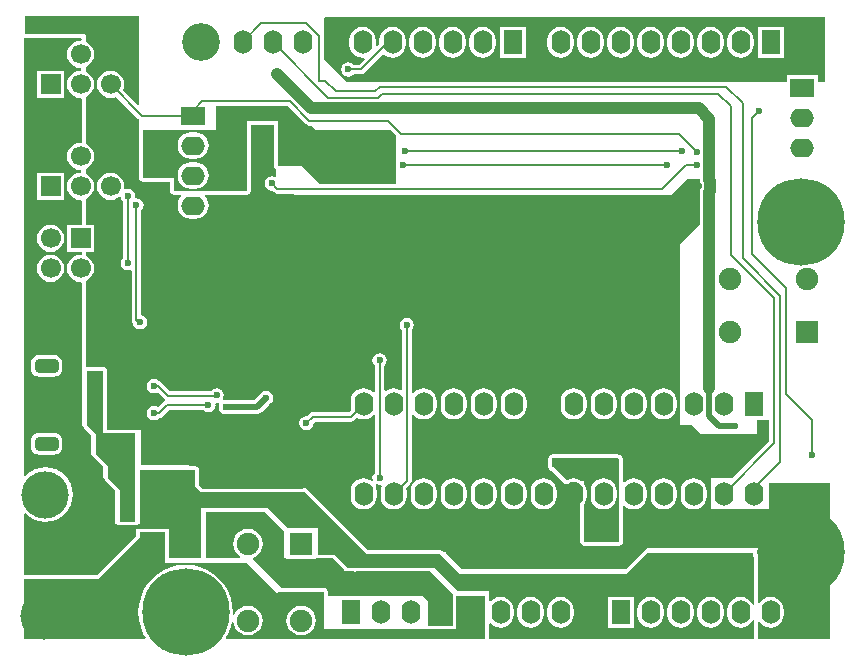
<source format=gbl>
G04*
G04 #@! TF.GenerationSoftware,Altium Limited,Altium Designer,18.1.9 (240)*
G04*
G04 Layer_Physical_Order=2*
G04 Layer_Color=16711680*
%FSLAX44Y44*%
%MOMM*%
G71*
G01*
G75*
%ADD10C,0.2000*%
%ADD11C,0.5000*%
%ADD12C,0.4000*%
%ADD14R,1.9000X1.9000*%
%ADD67C,1.9000*%
%ADD68R,1.9000X1.9000*%
%ADD75C,1.0000*%
G04:AMPARAMS|DCode=76|XSize=2mm|YSize=1.2mm|CornerRadius=0.36mm|HoleSize=0mm|Usage=FLASHONLY|Rotation=0.000|XOffset=0mm|YOffset=0mm|HoleType=Round|Shape=RoundedRectangle|*
%AMROUNDEDRECTD76*
21,1,2.0000,0.4800,0,0,0.0*
21,1,1.2800,1.2000,0,0,0.0*
1,1,0.7200,0.6400,-0.2400*
1,1,0.7200,-0.6400,-0.2400*
1,1,0.7200,-0.6400,0.2400*
1,1,0.7200,0.6400,0.2400*
%
%ADD76ROUNDEDRECTD76*%
%ADD77C,3.2000*%
%ADD78O,1.6000X2.0000*%
%ADD79R,1.6000X2.0000*%
%ADD80R,2.0000X1.6000*%
%ADD81O,2.0000X1.6000*%
%ADD82C,1.7000*%
%ADD83R,1.7000X1.7000*%
%ADD84C,4.0000*%
%ADD85C,7.4000*%
%ADD86C,0.6000*%
G36*
X681000Y474000D02*
X675000D01*
Y480000D01*
X649000D01*
Y474000D01*
X599462D01*
X599061Y474268D01*
X597500Y474578D01*
X597500Y474578D01*
X304178D01*
X304178Y474578D01*
X302617Y474268D01*
X302216Y474000D01*
X276000D01*
X257078Y492922D01*
Y500557D01*
X257000Y500951D01*
Y528586D01*
X258000Y529000D01*
X681000D01*
Y474000D01*
D02*
G37*
G36*
X100350Y455717D02*
X99177Y455231D01*
X86691Y467717D01*
X87404Y469438D01*
X87799Y472440D01*
X87404Y475442D01*
X86245Y478240D01*
X84402Y480642D01*
X82000Y482485D01*
X79202Y483644D01*
X76200Y484039D01*
X73198Y483644D01*
X70400Y482485D01*
X67998Y480642D01*
X66155Y478240D01*
X64996Y475442D01*
X64601Y472440D01*
X64996Y469438D01*
X66155Y466640D01*
X67998Y464238D01*
X70400Y462395D01*
X73198Y461236D01*
X76200Y460841D01*
X79202Y461236D01*
X80923Y461949D01*
X99756Y443116D01*
X99756Y443116D01*
X100350Y442719D01*
Y391070D01*
X101458D01*
X101587Y390876D01*
X102579Y390213D01*
X103750Y389980D01*
X126350D01*
Y380070D01*
X127458D01*
X127587Y379876D01*
X128580Y379213D01*
X129750Y378980D01*
X135919D01*
X136327Y377778D01*
X136155Y377645D01*
X134391Y375347D01*
X133283Y372672D01*
X132905Y369800D01*
X133283Y366928D01*
X134391Y364253D01*
X136155Y361955D01*
X138453Y360191D01*
X141128Y359083D01*
X144000Y358705D01*
X148000D01*
X150872Y359083D01*
X153547Y360191D01*
X155845Y361955D01*
X157608Y364253D01*
X158717Y366928D01*
X159095Y369800D01*
X158717Y372672D01*
X157608Y375347D01*
X155845Y377645D01*
X155673Y377778D01*
X156081Y378980D01*
X191750D01*
X192920Y379213D01*
X193913Y379876D01*
X194576Y380868D01*
X194809Y382039D01*
Y437980D01*
X214691D01*
X214691Y403317D01*
X214924Y402146D01*
X215587Y401154D01*
X216350Y400644D01*
Y395070D01*
X216546Y394875D01*
X215736Y393888D01*
X215341Y394152D01*
X213000Y394618D01*
X210659Y394152D01*
X208674Y392826D01*
X207348Y390841D01*
X206882Y388500D01*
X207348Y386159D01*
X208674Y384174D01*
X210659Y382848D01*
X213000Y382383D01*
X213292Y382440D01*
X214616Y381116D01*
X214616Y381116D01*
X215939Y380232D01*
X217500Y379922D01*
X217500Y379922D01*
X231498D01*
X232350Y379070D01*
X550850D01*
X564350Y392570D01*
X574931D01*
Y391142D01*
X575206Y389054D01*
X575931Y387303D01*
Y384697D01*
X575206Y382946D01*
X574931Y380858D01*
Y353651D01*
X558350Y337070D01*
Y184070D01*
X568759D01*
Y183661D01*
X576350Y176070D01*
X623350D01*
X623350Y188000D01*
X633922D01*
Y170169D01*
X603102Y139350D01*
X584350D01*
X584550Y139150D01*
Y130642D01*
X584533Y130602D01*
X584155Y127730D01*
Y123730D01*
X584533Y120858D01*
X584550Y120818D01*
Y113070D01*
X592241D01*
X592378Y113013D01*
X595250Y112635D01*
X598122Y113013D01*
X598259Y113070D01*
X617641D01*
X617778Y113013D01*
X620650Y112635D01*
X623522Y113013D01*
X623659Y113070D01*
X633350D01*
Y121570D01*
Y135070D01*
X685350D01*
Y3070D01*
X624350D01*
Y17206D01*
X625620Y17555D01*
X627155Y15555D01*
X629453Y13792D01*
X632128Y12683D01*
X635000Y12305D01*
X637872Y12683D01*
X640547Y13792D01*
X642845Y15555D01*
X644609Y17852D01*
X645717Y20528D01*
X646095Y23400D01*
Y27400D01*
X645717Y30272D01*
X644609Y32947D01*
X642845Y35245D01*
X640547Y37009D01*
X637872Y38117D01*
X635000Y38495D01*
X632128Y38117D01*
X629453Y37009D01*
X627155Y35245D01*
X625620Y33245D01*
X624350Y33594D01*
Y80070D01*
X530350D01*
X512350Y62070D01*
X373350D01*
X360350Y75070D01*
Y76270D01*
X358056D01*
X357163Y77163D01*
X356171Y77826D01*
X355000Y78059D01*
X355000Y78059D01*
X320295D01*
X320000Y78117D01*
X319704Y78059D01*
X294361D01*
X242350Y130070D01*
X242256D01*
X242163Y130163D01*
X241171Y130826D01*
X240000Y131059D01*
X238829Y130826D01*
X237837Y130163D01*
X237837Y130163D01*
X237744Y130070D01*
X154256D01*
X151350Y132976D01*
Y141070D01*
X151059Y141361D01*
Y146000D01*
X150826Y147170D01*
X150163Y148163D01*
X149171Y148826D01*
X148000Y149059D01*
X143361D01*
X142350Y150070D01*
X101890D01*
Y180070D01*
X73059D01*
Y230000D01*
X72826Y231171D01*
X72163Y232163D01*
X71171Y232826D01*
X70000Y233059D01*
X66350D01*
Y233070D01*
X55350D01*
Y306037D01*
X56600Y306555D01*
X59002Y308398D01*
X60845Y310800D01*
X62004Y313598D01*
X62399Y316600D01*
X62004Y319602D01*
X60845Y322400D01*
X59002Y324802D01*
X56600Y326645D01*
X55350Y327163D01*
Y330500D01*
X62300D01*
Y353500D01*
X55350D01*
Y375517D01*
X56600Y376035D01*
X59002Y377878D01*
X60845Y380280D01*
X62004Y383078D01*
X62399Y386080D01*
X62004Y389082D01*
X60845Y391880D01*
X59002Y394282D01*
X56600Y396125D01*
X55350Y396643D01*
Y400917D01*
X56600Y401435D01*
X59002Y403278D01*
X60845Y405680D01*
X62004Y408478D01*
X62399Y411480D01*
X62004Y414482D01*
X60845Y417280D01*
X59002Y419682D01*
X56600Y421525D01*
X55350Y422043D01*
Y461877D01*
X56600Y462395D01*
X59002Y464238D01*
X60845Y466640D01*
X62004Y469438D01*
X62399Y472440D01*
X62004Y475442D01*
X60845Y478240D01*
X59002Y480642D01*
X56600Y482485D01*
X55350Y483003D01*
Y487277D01*
X56600Y487795D01*
X59002Y489638D01*
X60845Y492040D01*
X62004Y494838D01*
X62399Y497840D01*
X62004Y500842D01*
X60845Y503640D01*
X59002Y506042D01*
X56600Y507885D01*
X55350Y508403D01*
Y514070D01*
X54350Y515070D01*
X3350D01*
Y530070D01*
X100350D01*
Y455717D01*
D02*
G37*
G36*
X51630Y510991D02*
X51615Y510433D01*
X50800Y509439D01*
X47798Y509044D01*
X45000Y507885D01*
X42598Y506042D01*
X40755Y503640D01*
X39596Y500842D01*
X39201Y497840D01*
X39596Y494838D01*
X40755Y492040D01*
X42598Y489638D01*
X45000Y487795D01*
X47798Y486636D01*
X50800Y486241D01*
X51467Y485162D01*
Y485118D01*
X50800Y484039D01*
X47798Y483644D01*
X45000Y482485D01*
X42598Y480642D01*
X40755Y478240D01*
X39596Y475442D01*
X39201Y472440D01*
X39596Y469438D01*
X40755Y466640D01*
X42598Y464238D01*
X45000Y462395D01*
X47798Y461236D01*
X50800Y460841D01*
X51045Y460873D01*
X52000Y460036D01*
Y423884D01*
X51045Y423047D01*
X50800Y423079D01*
X47798Y422684D01*
X45000Y421525D01*
X42598Y419682D01*
X40755Y417280D01*
X39596Y414482D01*
X39201Y411480D01*
X39596Y408478D01*
X40755Y405680D01*
X42598Y403278D01*
X45000Y401435D01*
X47798Y400276D01*
X50800Y399881D01*
X51467Y398802D01*
Y398758D01*
X50800Y397679D01*
X47798Y397284D01*
X45000Y396125D01*
X42598Y394282D01*
X40755Y391880D01*
X39596Y389082D01*
X39201Y386080D01*
X39596Y383078D01*
X40755Y380280D01*
X42598Y377878D01*
X45000Y376035D01*
X47798Y374876D01*
X50800Y374481D01*
X51045Y374513D01*
X52000Y373676D01*
Y353500D01*
X39300D01*
Y330500D01*
X52000D01*
Y329004D01*
X51045Y328167D01*
X50800Y328199D01*
X47798Y327804D01*
X45000Y326645D01*
X42598Y324802D01*
X40755Y322400D01*
X39596Y319602D01*
X39201Y316600D01*
X39596Y313598D01*
X40755Y310800D01*
X42598Y308398D01*
X45000Y306555D01*
X47798Y305396D01*
X50800Y305001D01*
X51045Y305033D01*
X52000Y304196D01*
Y184000D01*
X53181Y182819D01*
X53837Y181837D01*
X60000Y175674D01*
Y159000D01*
X61181Y157819D01*
X61837Y156837D01*
X61837Y156837D01*
X70000Y148674D01*
Y139068D01*
X71158Y137910D01*
X71174Y137830D01*
X71837Y136837D01*
X71837Y136837D01*
X80068Y128606D01*
Y100000D01*
X81728D01*
X81837Y99837D01*
X82830Y99174D01*
X84000Y98941D01*
X97000D01*
X98170Y99174D01*
X99163Y99837D01*
X99272Y100000D01*
X101000D01*
Y146000D01*
X148000D01*
Y132000D01*
X153000Y127000D01*
X239000D01*
X240000Y128000D01*
X293000Y75000D01*
X355000D01*
X372000Y58000D01*
Y57861D01*
X512861D01*
X531000Y76000D01*
X620292D01*
X620770Y69923D01*
X621000Y68966D01*
Y31941D01*
X619730Y31688D01*
X619208Y32947D01*
X617445Y35245D01*
X615148Y37009D01*
X612472Y38117D01*
X609600Y38495D01*
X606728Y38117D01*
X604053Y37009D01*
X601755Y35245D01*
X599991Y32947D01*
X598883Y30272D01*
X598505Y27400D01*
Y23400D01*
X598883Y20528D01*
X599991Y17852D01*
X601755Y15555D01*
X604053Y13792D01*
X606728Y12683D01*
X609600Y12305D01*
X612472Y12683D01*
X615148Y13792D01*
X617445Y15555D01*
X619208Y17852D01*
X619730Y19112D01*
X621000Y18859D01*
Y3000D01*
X397000D01*
Y15605D01*
X398203Y16014D01*
X398555Y15555D01*
X400853Y13792D01*
X403528Y12683D01*
X406400Y12305D01*
X409272Y12683D01*
X411948Y13792D01*
X414245Y15555D01*
X416008Y17852D01*
X417117Y20528D01*
X417495Y23400D01*
Y27400D01*
X417117Y30272D01*
X416008Y32947D01*
X414245Y35245D01*
X411948Y37009D01*
X409272Y38117D01*
X406400Y38495D01*
X403528Y38117D01*
X400853Y37009D01*
X398555Y35245D01*
X398203Y34786D01*
X397000Y35195D01*
Y43616D01*
X370500D01*
X351116Y63000D01*
X347296D01*
X347000Y63059D01*
X347000Y63059D01*
X324591D01*
X324296Y63000D01*
X323704D01*
X323409Y63059D01*
X283591D01*
X283295Y63000D01*
X282705D01*
X282409Y63059D01*
X277441D01*
X266500Y74000D01*
X264456D01*
X264160Y74059D01*
X264160Y74059D01*
X252000D01*
Y97000D01*
X225322D01*
Y97678D01*
X209000Y114000D01*
X152400D01*
Y71500D01*
X126000D01*
X125988Y96000D01*
X122295D01*
X122000Y96059D01*
X114475D01*
X114200Y96095D01*
X113925Y96059D01*
X101000D01*
X100705Y96000D01*
X98000D01*
Y93295D01*
X97941Y93000D01*
Y90267D01*
X64733Y57059D01*
X3000D01*
Y108793D01*
X4196Y109221D01*
X4658Y108658D01*
X8160Y105784D01*
X12156Y103648D01*
X16491Y102333D01*
X21000Y101889D01*
X25509Y102333D01*
X29844Y103648D01*
X33840Y105784D01*
X37342Y108658D01*
X40216Y112160D01*
X42352Y116156D01*
X43667Y120491D01*
X44111Y125000D01*
X43667Y129509D01*
X42352Y133844D01*
X40216Y137840D01*
X37342Y141342D01*
X33840Y144216D01*
X29844Y146352D01*
X25509Y147667D01*
X21000Y148111D01*
X16491Y147667D01*
X12156Y146352D01*
X8160Y144216D01*
X4658Y141342D01*
X4196Y140779D01*
X3000Y141207D01*
Y512000D01*
X50639D01*
X51630Y510991D01*
D02*
G37*
G36*
X241595Y438616D02*
X241595Y438616D01*
X242918Y437732D01*
X243177Y437681D01*
X244479Y437422D01*
X244479Y437422D01*
X246367D01*
X249750Y434039D01*
X312795Y434039D01*
X317500Y429334D01*
Y388078D01*
X253363D01*
X238125Y403317D01*
X217750D01*
X217750Y441039D01*
X191750D01*
Y382039D01*
X129750D01*
Y393039D01*
X103750D01*
Y434039D01*
X165750D01*
Y453922D01*
X226290D01*
X241595Y438616D01*
D02*
G37*
G36*
X70000Y177000D02*
X97000D01*
Y102000D01*
X84000D01*
Y129000D01*
X74000Y139000D01*
Y149000D01*
X64000Y159000D01*
Y176000D01*
X56000Y184000D01*
Y230000D01*
X70000D01*
Y177000D01*
D02*
G37*
G36*
X223000Y94000D02*
Y71000D01*
X225000D01*
Y70880D01*
X250000D01*
Y71000D01*
X264160D01*
X274000Y61160D01*
Y60000D01*
X282409D01*
X283000Y59882D01*
X283591Y60000D01*
X323409D01*
X324000Y59882D01*
X324591Y60000D01*
X347000D01*
X366000Y41000D01*
Y39295D01*
X365941Y39000D01*
Y14059D01*
X345000D01*
Y35000D01*
X341000Y39000D01*
X273395Y39000D01*
X260059D01*
Y43000D01*
X259826Y44170D01*
X259163Y45163D01*
X258171Y45826D01*
X257000Y46059D01*
X221336D01*
X196875Y70519D01*
X197123Y71765D01*
X198804Y72461D01*
X201415Y74465D01*
X203419Y77076D01*
X204678Y80117D01*
X205108Y83380D01*
X204678Y86643D01*
X203419Y89684D01*
X201415Y92295D01*
X198804Y94299D01*
X195763Y95558D01*
X192500Y95988D01*
X189237Y95558D01*
X186196Y94299D01*
X183585Y92295D01*
X181581Y89684D01*
X180322Y86643D01*
X179892Y83380D01*
X180322Y80117D01*
X181581Y77076D01*
X183585Y74465D01*
X185794Y72770D01*
X185363Y71500D01*
X157000Y71500D01*
Y110000D01*
X207000Y110000D01*
X223000Y94000D01*
D02*
G37*
G36*
X122000Y67500D02*
X191500D01*
X217000Y42000D01*
X218000Y43000D01*
X257000D01*
Y11000D01*
X369000D01*
Y39000D01*
X393000D01*
Y3000D01*
X174186D01*
X173565Y4108D01*
X175450Y7184D01*
X177860Y13001D01*
X178803Y16927D01*
X180092Y16860D01*
X180322Y15117D01*
X181581Y12076D01*
X183585Y9465D01*
X186196Y7461D01*
X189237Y6202D01*
X192500Y5772D01*
X195763Y6202D01*
X198804Y7461D01*
X201415Y9465D01*
X203419Y12076D01*
X204678Y15117D01*
X205108Y18380D01*
X204678Y21643D01*
X203419Y24684D01*
X201415Y27295D01*
X198804Y29299D01*
X195763Y30558D01*
X192500Y30988D01*
X189237Y30558D01*
X186196Y29299D01*
X183585Y27295D01*
X181581Y24684D01*
X180915Y23075D01*
X179664Y23375D01*
X179824Y25400D01*
X179330Y31677D01*
X177860Y37799D01*
X175450Y43616D01*
X172161Y48984D01*
X168072Y53772D01*
X163284Y57861D01*
X157916Y61150D01*
X152099Y63560D01*
X145977Y65030D01*
X139700Y65524D01*
X133423Y65030D01*
X127301Y63560D01*
X121484Y61150D01*
X116116Y57861D01*
X111328Y53772D01*
X107239Y48984D01*
X103949Y43616D01*
X101540Y37799D01*
X100070Y31677D01*
X99576Y25400D01*
X100070Y19123D01*
X101540Y13001D01*
X103949Y7184D01*
X105835Y4108D01*
X105214Y3000D01*
X3000D01*
Y54000D01*
X66000D01*
X101000Y89000D01*
Y93000D01*
X122000D01*
Y67500D01*
D02*
G37*
%LPC*%
G36*
X314960Y521095D02*
X312088Y520717D01*
X309412Y519608D01*
X307115Y517845D01*
X305352Y515547D01*
X304243Y512872D01*
X303865Y510000D01*
Y506211D01*
X301675Y504021D01*
X300473Y504614D01*
X300655Y506000D01*
Y510000D01*
X300277Y512872D01*
X299168Y515547D01*
X297405Y517845D01*
X295107Y519608D01*
X292432Y520717D01*
X289560Y521095D01*
X286688Y520717D01*
X284013Y519608D01*
X281715Y517845D01*
X279951Y515547D01*
X278843Y512872D01*
X278465Y510000D01*
Y506000D01*
X278843Y503128D01*
X279951Y500452D01*
X281715Y498155D01*
X284013Y496391D01*
X286688Y495283D01*
X289560Y494905D01*
X290945Y495088D01*
X291539Y493885D01*
X286732Y489078D01*
X281991D01*
X281826Y489326D01*
X279841Y490652D01*
X277500Y491118D01*
X275159Y490652D01*
X273174Y489326D01*
X271848Y487341D01*
X271382Y485000D01*
X271848Y482659D01*
X273174Y480674D01*
X275159Y479348D01*
X277500Y478882D01*
X279841Y479348D01*
X281826Y480674D01*
X281991Y480922D01*
X288422D01*
X288422Y480922D01*
X289982Y481232D01*
X291306Y482116D01*
X307244Y498055D01*
X309412Y496391D01*
X312088Y495283D01*
X314960Y494905D01*
X317832Y495283D01*
X320508Y496391D01*
X322805Y498155D01*
X324568Y500452D01*
X325677Y503128D01*
X326055Y506000D01*
Y510000D01*
X325677Y512872D01*
X324568Y515547D01*
X322805Y517845D01*
X320508Y519608D01*
X317832Y520717D01*
X314960Y521095D01*
D02*
G37*
G36*
X646000Y521000D02*
X624000D01*
Y495000D01*
X646000D01*
Y521000D01*
D02*
G37*
G36*
X427560D02*
X405560D01*
Y495000D01*
X427560D01*
Y521000D01*
D02*
G37*
G36*
X609600Y521095D02*
X606728Y520717D01*
X604053Y519608D01*
X601755Y517845D01*
X599991Y515547D01*
X598883Y512872D01*
X598505Y510000D01*
Y506000D01*
X598883Y503128D01*
X599991Y500452D01*
X601755Y498155D01*
X604053Y496391D01*
X606728Y495283D01*
X609600Y494905D01*
X612472Y495283D01*
X615148Y496391D01*
X617445Y498155D01*
X619208Y500452D01*
X620317Y503128D01*
X620695Y506000D01*
Y510000D01*
X620317Y512872D01*
X619208Y515547D01*
X617445Y517845D01*
X615148Y519608D01*
X612472Y520717D01*
X609600Y521095D01*
D02*
G37*
G36*
X584200D02*
X581328Y520717D01*
X578652Y519608D01*
X576355Y517845D01*
X574591Y515547D01*
X573483Y512872D01*
X573105Y510000D01*
Y506000D01*
X573483Y503128D01*
X574591Y500452D01*
X576355Y498155D01*
X578652Y496391D01*
X581328Y495283D01*
X584200Y494905D01*
X587072Y495283D01*
X589748Y496391D01*
X592045Y498155D01*
X593809Y500452D01*
X594917Y503128D01*
X595295Y506000D01*
Y510000D01*
X594917Y512872D01*
X593809Y515547D01*
X592045Y517845D01*
X589748Y519608D01*
X587072Y520717D01*
X584200Y521095D01*
D02*
G37*
G36*
X558800D02*
X555928Y520717D01*
X553252Y519608D01*
X550955Y517845D01*
X549192Y515547D01*
X548083Y512872D01*
X547705Y510000D01*
Y506000D01*
X548083Y503128D01*
X549192Y500452D01*
X550955Y498155D01*
X553252Y496391D01*
X555928Y495283D01*
X558800Y494905D01*
X561672Y495283D01*
X564347Y496391D01*
X566645Y498155D01*
X568409Y500452D01*
X569517Y503128D01*
X569895Y506000D01*
Y510000D01*
X569517Y512872D01*
X568409Y515547D01*
X566645Y517845D01*
X564347Y519608D01*
X561672Y520717D01*
X558800Y521095D01*
D02*
G37*
G36*
X533400D02*
X530528Y520717D01*
X527853Y519608D01*
X525555Y517845D01*
X523792Y515547D01*
X522683Y512872D01*
X522305Y510000D01*
Y506000D01*
X522683Y503128D01*
X523792Y500452D01*
X525555Y498155D01*
X527853Y496391D01*
X530528Y495283D01*
X533400Y494905D01*
X536272Y495283D01*
X538947Y496391D01*
X541245Y498155D01*
X543008Y500452D01*
X544117Y503128D01*
X544495Y506000D01*
Y510000D01*
X544117Y512872D01*
X543008Y515547D01*
X541245Y517845D01*
X538947Y519608D01*
X536272Y520717D01*
X533400Y521095D01*
D02*
G37*
G36*
X508000D02*
X505128Y520717D01*
X502453Y519608D01*
X500155Y517845D01*
X498391Y515547D01*
X497283Y512872D01*
X496905Y510000D01*
Y506000D01*
X497283Y503128D01*
X498391Y500452D01*
X500155Y498155D01*
X502453Y496391D01*
X505128Y495283D01*
X508000Y494905D01*
X510872Y495283D01*
X513548Y496391D01*
X515845Y498155D01*
X517608Y500452D01*
X518717Y503128D01*
X519095Y506000D01*
Y510000D01*
X518717Y512872D01*
X517608Y515547D01*
X515845Y517845D01*
X513548Y519608D01*
X510872Y520717D01*
X508000Y521095D01*
D02*
G37*
G36*
X482600D02*
X479728Y520717D01*
X477052Y519608D01*
X474755Y517845D01*
X472991Y515547D01*
X471883Y512872D01*
X471505Y510000D01*
Y506000D01*
X471883Y503128D01*
X472991Y500452D01*
X474755Y498155D01*
X477052Y496391D01*
X479728Y495283D01*
X482600Y494905D01*
X485472Y495283D01*
X488148Y496391D01*
X490445Y498155D01*
X492209Y500452D01*
X493317Y503128D01*
X493695Y506000D01*
Y510000D01*
X493317Y512872D01*
X492209Y515547D01*
X490445Y517845D01*
X488148Y519608D01*
X485472Y520717D01*
X482600Y521095D01*
D02*
G37*
G36*
X457200D02*
X454328Y520717D01*
X451652Y519608D01*
X449355Y517845D01*
X447592Y515547D01*
X446483Y512872D01*
X446105Y510000D01*
Y506000D01*
X446483Y503128D01*
X447592Y500452D01*
X449355Y498155D01*
X451652Y496391D01*
X454328Y495283D01*
X457200Y494905D01*
X460072Y495283D01*
X462747Y496391D01*
X465045Y498155D01*
X466809Y500452D01*
X467917Y503128D01*
X468295Y506000D01*
Y510000D01*
X467917Y512872D01*
X466809Y515547D01*
X465045Y517845D01*
X462747Y519608D01*
X460072Y520717D01*
X457200Y521095D01*
D02*
G37*
G36*
X391160D02*
X388288Y520717D01*
X385612Y519608D01*
X383315Y517845D01*
X381552Y515547D01*
X380443Y512872D01*
X380065Y510000D01*
Y506000D01*
X380443Y503128D01*
X381552Y500452D01*
X383315Y498155D01*
X385612Y496391D01*
X388288Y495283D01*
X391160Y494905D01*
X394032Y495283D01*
X396707Y496391D01*
X399005Y498155D01*
X400769Y500452D01*
X401877Y503128D01*
X402255Y506000D01*
Y510000D01*
X401877Y512872D01*
X400769Y515547D01*
X399005Y517845D01*
X396707Y519608D01*
X394032Y520717D01*
X391160Y521095D01*
D02*
G37*
G36*
X365760D02*
X362888Y520717D01*
X360213Y519608D01*
X357915Y517845D01*
X356152Y515547D01*
X355043Y512872D01*
X354665Y510000D01*
Y506000D01*
X355043Y503128D01*
X356152Y500452D01*
X357915Y498155D01*
X360213Y496391D01*
X362888Y495283D01*
X365760Y494905D01*
X368632Y495283D01*
X371307Y496391D01*
X373605Y498155D01*
X375368Y500452D01*
X376477Y503128D01*
X376855Y506000D01*
Y510000D01*
X376477Y512872D01*
X375368Y515547D01*
X373605Y517845D01*
X371307Y519608D01*
X368632Y520717D01*
X365760Y521095D01*
D02*
G37*
G36*
X340360D02*
X337488Y520717D01*
X334813Y519608D01*
X332515Y517845D01*
X330751Y515547D01*
X329643Y512872D01*
X329265Y510000D01*
Y506000D01*
X329643Y503128D01*
X330751Y500452D01*
X332515Y498155D01*
X334813Y496391D01*
X337488Y495283D01*
X340360Y494905D01*
X343232Y495283D01*
X345908Y496391D01*
X348205Y498155D01*
X349968Y500452D01*
X351077Y503128D01*
X351455Y506000D01*
Y510000D01*
X351077Y512872D01*
X349968Y515547D01*
X348205Y517845D01*
X345908Y519608D01*
X343232Y520717D01*
X340360Y521095D01*
D02*
G37*
G36*
X76200Y397679D02*
X73198Y397284D01*
X70400Y396125D01*
X67998Y394282D01*
X66155Y391880D01*
X64996Y389082D01*
X64601Y386080D01*
X64996Y383078D01*
X66155Y380280D01*
X67998Y377878D01*
X70400Y376035D01*
X73198Y374876D01*
X76200Y374481D01*
X79202Y374876D01*
X82000Y376035D01*
X83716Y377352D01*
X85116Y376825D01*
X85348Y375659D01*
X86674Y373674D01*
X86922Y373509D01*
Y325491D01*
X86674Y325326D01*
X85348Y323341D01*
X84882Y321000D01*
X85348Y318659D01*
X86674Y316674D01*
X88659Y315348D01*
X91000Y314883D01*
X92652Y315211D01*
X93922Y314325D01*
Y273000D01*
X93922Y273000D01*
X94232Y271439D01*
X95034Y270240D01*
X95348Y268659D01*
X96674Y266674D01*
X98659Y265348D01*
X101000Y264883D01*
X103341Y265348D01*
X105326Y266674D01*
X106652Y268659D01*
X107118Y271000D01*
X106652Y273341D01*
X105326Y275326D01*
X103341Y276652D01*
X102078Y276903D01*
Y365509D01*
X102326Y365674D01*
X103652Y367659D01*
X104117Y370000D01*
X103652Y372341D01*
X102326Y374326D01*
X100341Y375652D01*
X98037Y376110D01*
X97687Y376206D01*
X96914Y376978D01*
X97118Y378000D01*
X96652Y380341D01*
X95326Y382326D01*
X93341Y383652D01*
X91000Y384118D01*
X88763Y383673D01*
X88589Y383705D01*
X87586Y384463D01*
X87799Y386080D01*
X87404Y389082D01*
X86245Y391880D01*
X84402Y394282D01*
X82000Y396125D01*
X79202Y397284D01*
X76200Y397679D01*
D02*
G37*
G36*
X327000Y274918D02*
X324659Y274452D01*
X322674Y273126D01*
X321348Y271141D01*
X320882Y268800D01*
X321348Y266459D01*
X322674Y264474D01*
X322922Y264309D01*
Y213805D01*
X321783Y213243D01*
X321398Y213538D01*
X318722Y214647D01*
X315850Y215025D01*
X312978Y214647D01*
X310303Y213538D01*
X309217Y212706D01*
X308078Y213267D01*
Y234296D01*
X308326Y234461D01*
X309652Y236446D01*
X310117Y238787D01*
X309652Y241128D01*
X308326Y243113D01*
X306341Y244439D01*
X304000Y244904D01*
X301659Y244439D01*
X299674Y243113D01*
X298348Y241128D01*
X297882Y238787D01*
X298348Y236446D01*
X299674Y234461D01*
X299922Y234296D01*
Y211631D01*
X298719Y211223D01*
X298295Y211775D01*
X295998Y213538D01*
X293322Y214647D01*
X290450Y215025D01*
X287578Y214647D01*
X284902Y213538D01*
X282605Y211775D01*
X280842Y209478D01*
X279733Y206802D01*
X279355Y203930D01*
Y199930D01*
X279733Y197058D01*
X279756Y197003D01*
X277831Y195078D01*
X247500D01*
X247500Y195078D01*
X245939Y194768D01*
X244616Y193884D01*
X244616Y193884D01*
X242292Y191560D01*
X242000Y191618D01*
X239659Y191152D01*
X237674Y189826D01*
X236348Y187841D01*
X235882Y185500D01*
X236348Y183159D01*
X237674Y181174D01*
X239659Y179848D01*
X242000Y179382D01*
X244341Y179848D01*
X246326Y181174D01*
X247652Y183159D01*
X248118Y185500D01*
X248060Y185792D01*
X249189Y186922D01*
X279520D01*
X279520Y186922D01*
X281081Y187232D01*
X282404Y188116D01*
X284736Y190449D01*
X284902Y190322D01*
X287578Y189213D01*
X290450Y188835D01*
X293322Y189213D01*
X295998Y190322D01*
X298295Y192085D01*
X298719Y192637D01*
X299922Y192229D01*
Y143771D01*
X299674Y143606D01*
X298348Y141621D01*
X297882Y139280D01*
X298302Y137171D01*
X297711Y136601D01*
X297266Y136365D01*
X295998Y137338D01*
X293322Y138447D01*
X290450Y138825D01*
X287578Y138447D01*
X284902Y137338D01*
X282605Y135575D01*
X280842Y133278D01*
X279733Y130602D01*
X279355Y127730D01*
Y123730D01*
X279733Y120858D01*
X280842Y118182D01*
X282605Y115885D01*
X284902Y114122D01*
X287578Y113013D01*
X290450Y112635D01*
X293322Y113013D01*
X295998Y114122D01*
X298295Y115885D01*
X300058Y118182D01*
X301167Y120858D01*
X301545Y123730D01*
Y127730D01*
X301167Y130602D01*
X300573Y132035D01*
X301294Y133612D01*
X301552Y133700D01*
X301659Y133628D01*
X304000Y133162D01*
X304893Y133340D01*
X305806Y132227D01*
X305133Y130602D01*
X304755Y127730D01*
Y123730D01*
X305133Y120858D01*
X306241Y118182D01*
X308005Y115885D01*
X310303Y114122D01*
X312978Y113013D01*
X315850Y112635D01*
X318722Y113013D01*
X321398Y114122D01*
X323695Y115885D01*
X325458Y118182D01*
X326567Y120858D01*
X326945Y123730D01*
Y127730D01*
X326567Y130602D01*
X326544Y130656D01*
X329884Y133996D01*
X329884Y133996D01*
X330768Y135319D01*
X331078Y136880D01*
Y193030D01*
X332281Y193438D01*
X332377Y193424D01*
X333405Y192085D01*
X335703Y190322D01*
X338378Y189213D01*
X341250Y188835D01*
X344122Y189213D01*
X346797Y190322D01*
X349095Y192085D01*
X350858Y194382D01*
X351967Y197058D01*
X352345Y199930D01*
Y203930D01*
X351967Y206802D01*
X350858Y209478D01*
X349095Y211775D01*
X346797Y213538D01*
X344122Y214647D01*
X341250Y215025D01*
X338378Y214647D01*
X335703Y213538D01*
X333405Y211775D01*
X332377Y210436D01*
X332281Y210422D01*
X331078Y210830D01*
Y264309D01*
X331326Y264474D01*
X332652Y266459D01*
X333117Y268800D01*
X332652Y271141D01*
X331326Y273126D01*
X329341Y274452D01*
X327000Y274918D01*
D02*
G37*
G36*
X113000Y223118D02*
X110659Y222652D01*
X108674Y221326D01*
X107348Y219341D01*
X106882Y217000D01*
X107348Y214659D01*
X108674Y212674D01*
X110659Y211348D01*
X113000Y210882D01*
X115341Y211348D01*
X116082Y211843D01*
X122024Y205902D01*
X122042Y205852D01*
X122070Y205276D01*
X122000Y204475D01*
X121116Y203884D01*
X121116Y203884D01*
X116266Y199034D01*
X115341Y199652D01*
X113000Y200117D01*
X110659Y199652D01*
X108674Y198326D01*
X107348Y196341D01*
X106882Y194000D01*
X107348Y191659D01*
X108674Y189674D01*
X110659Y188348D01*
X113000Y187882D01*
X115341Y188348D01*
X117326Y189674D01*
X117566Y190034D01*
X118561Y190232D01*
X119884Y191116D01*
X125689Y196922D01*
X154509D01*
X154674Y196674D01*
X156659Y195348D01*
X159000Y194883D01*
X161341Y195348D01*
X163326Y196674D01*
X164652Y198659D01*
X165118Y201000D01*
X164914Y202022D01*
X165686Y202794D01*
X166036Y202890D01*
X167601Y203201D01*
X168365Y202058D01*
X168102Y201664D01*
X167636Y199323D01*
X168102Y196982D01*
X169428Y194997D01*
X171412Y193671D01*
X173753Y193205D01*
X176094Y193671D01*
X176161Y193715D01*
X200323D01*
X202469Y194142D01*
X204288Y195357D01*
X210263Y201333D01*
X210341Y201348D01*
X212326Y202674D01*
X213652Y204659D01*
X214118Y207000D01*
X213652Y209341D01*
X212326Y211326D01*
X210341Y212652D01*
X208000Y213118D01*
X205659Y212652D01*
X203674Y211326D01*
X202348Y209341D01*
X202333Y209263D01*
X198000Y204930D01*
X176161D01*
X176094Y204974D01*
X173753Y205440D01*
X172152Y205122D01*
X171388Y206265D01*
X171652Y206659D01*
X172118Y209000D01*
X171652Y211341D01*
X170326Y213326D01*
X168341Y214652D01*
X166000Y215118D01*
X163659Y214652D01*
X161674Y213326D01*
X161304Y212772D01*
X126689D01*
X119577Y219884D01*
X118254Y220768D01*
X117613Y220895D01*
X117326Y221326D01*
X115341Y222652D01*
X113000Y223118D01*
D02*
G37*
G36*
X544450Y215025D02*
X541578Y214647D01*
X538903Y213538D01*
X536605Y211775D01*
X534841Y209478D01*
X533733Y206802D01*
X533355Y203930D01*
Y199930D01*
X533733Y197058D01*
X534841Y194382D01*
X536605Y192085D01*
X538903Y190322D01*
X541578Y189213D01*
X544450Y188835D01*
X547322Y189213D01*
X549997Y190322D01*
X552295Y192085D01*
X554058Y194382D01*
X555167Y197058D01*
X555545Y199930D01*
Y203930D01*
X555167Y206802D01*
X554058Y209478D01*
X552295Y211775D01*
X549997Y213538D01*
X547322Y214647D01*
X544450Y215025D01*
D02*
G37*
G36*
X519050D02*
X516178Y214647D01*
X513503Y213538D01*
X511205Y211775D01*
X509441Y209478D01*
X508333Y206802D01*
X507955Y203930D01*
Y199930D01*
X508333Y197058D01*
X509441Y194382D01*
X511205Y192085D01*
X513503Y190322D01*
X516178Y189213D01*
X519050Y188835D01*
X521922Y189213D01*
X524598Y190322D01*
X526895Y192085D01*
X528658Y194382D01*
X529767Y197058D01*
X530145Y199930D01*
Y203930D01*
X529767Y206802D01*
X528658Y209478D01*
X526895Y211775D01*
X524598Y213538D01*
X521922Y214647D01*
X519050Y215025D01*
D02*
G37*
G36*
X493650D02*
X490778Y214647D01*
X488102Y213538D01*
X485805Y211775D01*
X484041Y209478D01*
X482933Y206802D01*
X482555Y203930D01*
Y199930D01*
X482933Y197058D01*
X484041Y194382D01*
X485805Y192085D01*
X488102Y190322D01*
X490778Y189213D01*
X493650Y188835D01*
X496522Y189213D01*
X499198Y190322D01*
X501495Y192085D01*
X503259Y194382D01*
X504367Y197058D01*
X504745Y199930D01*
Y203930D01*
X504367Y206802D01*
X503259Y209478D01*
X501495Y211775D01*
X499198Y213538D01*
X496522Y214647D01*
X493650Y215025D01*
D02*
G37*
G36*
X468250D02*
X465378Y214647D01*
X462702Y213538D01*
X460405Y211775D01*
X458642Y209478D01*
X457533Y206802D01*
X457155Y203930D01*
Y199930D01*
X457533Y197058D01*
X458642Y194382D01*
X460405Y192085D01*
X462702Y190322D01*
X465378Y189213D01*
X468250Y188835D01*
X471122Y189213D01*
X473797Y190322D01*
X476095Y192085D01*
X477859Y194382D01*
X478967Y197058D01*
X479345Y199930D01*
Y203930D01*
X478967Y206802D01*
X477859Y209478D01*
X476095Y211775D01*
X473797Y213538D01*
X471122Y214647D01*
X468250Y215025D01*
D02*
G37*
G36*
X417450D02*
X414578Y214647D01*
X411903Y213538D01*
X409605Y211775D01*
X407841Y209478D01*
X406733Y206802D01*
X406355Y203930D01*
Y199930D01*
X406733Y197058D01*
X407841Y194382D01*
X409605Y192085D01*
X411903Y190322D01*
X414578Y189213D01*
X417450Y188835D01*
X420322Y189213D01*
X422998Y190322D01*
X425295Y192085D01*
X427058Y194382D01*
X428167Y197058D01*
X428545Y199930D01*
Y203930D01*
X428167Y206802D01*
X427058Y209478D01*
X425295Y211775D01*
X422998Y213538D01*
X420322Y214647D01*
X417450Y215025D01*
D02*
G37*
G36*
X392050D02*
X389178Y214647D01*
X386502Y213538D01*
X384205Y211775D01*
X382441Y209478D01*
X381333Y206802D01*
X380955Y203930D01*
Y199930D01*
X381333Y197058D01*
X382441Y194382D01*
X384205Y192085D01*
X386502Y190322D01*
X389178Y189213D01*
X392050Y188835D01*
X394922Y189213D01*
X397598Y190322D01*
X399895Y192085D01*
X401659Y194382D01*
X402767Y197058D01*
X403145Y199930D01*
Y203930D01*
X402767Y206802D01*
X401659Y209478D01*
X399895Y211775D01*
X397598Y213538D01*
X394922Y214647D01*
X392050Y215025D01*
D02*
G37*
G36*
X366650D02*
X363778Y214647D01*
X361102Y213538D01*
X358805Y211775D01*
X357042Y209478D01*
X355933Y206802D01*
X355555Y203930D01*
Y199930D01*
X355933Y197058D01*
X357042Y194382D01*
X358805Y192085D01*
X361102Y190322D01*
X363778Y189213D01*
X366650Y188835D01*
X369522Y189213D01*
X372197Y190322D01*
X374495Y192085D01*
X376259Y194382D01*
X377367Y197058D01*
X377745Y199930D01*
Y203930D01*
X377367Y206802D01*
X376259Y209478D01*
X374495Y211775D01*
X372197Y213538D01*
X369522Y214647D01*
X366650Y215025D01*
D02*
G37*
G36*
X569850Y138825D02*
X566978Y138447D01*
X564302Y137338D01*
X562005Y135575D01*
X560242Y133278D01*
X559133Y130602D01*
X558755Y127730D01*
Y123730D01*
X559133Y120858D01*
X560242Y118182D01*
X562005Y115885D01*
X564302Y114122D01*
X566978Y113013D01*
X569850Y112635D01*
X572722Y113013D01*
X575397Y114122D01*
X577695Y115885D01*
X579459Y118182D01*
X580567Y120858D01*
X580945Y123730D01*
Y127730D01*
X580567Y130602D01*
X579459Y133278D01*
X577695Y135575D01*
X575397Y137338D01*
X572722Y138447D01*
X569850Y138825D01*
D02*
G37*
G36*
X544450D02*
X541578Y138447D01*
X538903Y137338D01*
X536605Y135575D01*
X534841Y133278D01*
X533733Y130602D01*
X533355Y127730D01*
Y123730D01*
X533733Y120858D01*
X534841Y118182D01*
X536605Y115885D01*
X538903Y114122D01*
X541578Y113013D01*
X544450Y112635D01*
X547322Y113013D01*
X549997Y114122D01*
X552295Y115885D01*
X554058Y118182D01*
X555167Y120858D01*
X555545Y123730D01*
Y127730D01*
X555167Y130602D01*
X554058Y133278D01*
X552295Y135575D01*
X549997Y137338D01*
X547322Y138447D01*
X544450Y138825D01*
D02*
G37*
G36*
X505826Y159059D02*
X505826Y159059D01*
X450000D01*
X448829Y158826D01*
X447837Y158163D01*
X447174Y157170D01*
X446941Y156000D01*
Y148000D01*
X447174Y146830D01*
X447837Y145837D01*
X448829Y145174D01*
X450000Y144941D01*
X450071D01*
X460142Y134871D01*
X460475Y134648D01*
X460776Y134384D01*
X460967Y134320D01*
X461134Y134207D01*
X461527Y134129D01*
X461906Y134001D01*
X462107Y134014D01*
X462305Y133975D01*
X462697Y134053D01*
X463097Y134079D01*
X463278Y134168D01*
X463476Y134207D01*
X463808Y134430D01*
X464167Y134607D01*
X464245Y134667D01*
X466177Y135467D01*
X468250Y135740D01*
X470323Y135467D01*
X472255Y134667D01*
X472533Y134453D01*
X472892Y134276D01*
X473224Y134054D01*
X473422Y134015D01*
X473603Y133926D01*
X474002Y133899D01*
X474026Y133895D01*
X474045Y133605D01*
X474135Y133424D01*
X474174Y133226D01*
X474396Y132893D01*
X474573Y132534D01*
X475187Y131735D01*
X475987Y129803D01*
X476286Y127529D01*
Y123931D01*
X475987Y121657D01*
X475187Y119725D01*
X474573Y118926D01*
X474396Y118567D01*
X474174Y118234D01*
X474135Y118036D01*
X474045Y117855D01*
X474019Y117456D01*
X473941Y117064D01*
Y85000D01*
X474174Y83829D01*
X474837Y82837D01*
X475830Y82174D01*
X477000Y81941D01*
X507000D01*
X508171Y82174D01*
X509163Y82837D01*
X509826Y83829D01*
X510059Y85000D01*
Y115496D01*
X510269Y115567D01*
X511329Y115789D01*
X513503Y114122D01*
X516178Y113013D01*
X519050Y112635D01*
X521922Y113013D01*
X524598Y114122D01*
X526895Y115885D01*
X528658Y118182D01*
X529767Y120858D01*
X530145Y123730D01*
Y127730D01*
X529767Y130602D01*
X528658Y133278D01*
X526895Y135575D01*
X524598Y137338D01*
X521922Y138447D01*
X519050Y138825D01*
X516178Y138447D01*
X513503Y137338D01*
X511329Y135670D01*
X510269Y135893D01*
X510059Y135964D01*
Y154826D01*
X510059Y154826D01*
X509826Y155996D01*
X509163Y156989D01*
X509163Y156989D01*
X507989Y158163D01*
X506996Y158826D01*
X505826Y159059D01*
D02*
G37*
G36*
X442850Y138825D02*
X439978Y138447D01*
X437303Y137338D01*
X435005Y135575D01*
X433242Y133278D01*
X432133Y130602D01*
X431755Y127730D01*
Y123730D01*
X432133Y120858D01*
X433242Y118182D01*
X435005Y115885D01*
X437303Y114122D01*
X439978Y113013D01*
X442850Y112635D01*
X445722Y113013D01*
X448397Y114122D01*
X450695Y115885D01*
X452458Y118182D01*
X453567Y120858D01*
X453945Y123730D01*
Y127730D01*
X453567Y130602D01*
X452458Y133278D01*
X450695Y135575D01*
X448397Y137338D01*
X445722Y138447D01*
X442850Y138825D01*
D02*
G37*
G36*
X417450D02*
X414578Y138447D01*
X411903Y137338D01*
X409605Y135575D01*
X407841Y133278D01*
X406733Y130602D01*
X406355Y127730D01*
Y123730D01*
X406733Y120858D01*
X407841Y118182D01*
X409605Y115885D01*
X411903Y114122D01*
X414578Y113013D01*
X417450Y112635D01*
X420322Y113013D01*
X422998Y114122D01*
X425295Y115885D01*
X427058Y118182D01*
X428167Y120858D01*
X428545Y123730D01*
Y127730D01*
X428167Y130602D01*
X427058Y133278D01*
X425295Y135575D01*
X422998Y137338D01*
X420322Y138447D01*
X417450Y138825D01*
D02*
G37*
G36*
X392050D02*
X389178Y138447D01*
X386502Y137338D01*
X384205Y135575D01*
X382441Y133278D01*
X381333Y130602D01*
X380955Y127730D01*
Y123730D01*
X381333Y120858D01*
X382441Y118182D01*
X384205Y115885D01*
X386502Y114122D01*
X389178Y113013D01*
X392050Y112635D01*
X394922Y113013D01*
X397598Y114122D01*
X399895Y115885D01*
X401659Y118182D01*
X402767Y120858D01*
X403145Y123730D01*
Y127730D01*
X402767Y130602D01*
X401659Y133278D01*
X399895Y135575D01*
X397598Y137338D01*
X394922Y138447D01*
X392050Y138825D01*
D02*
G37*
G36*
X366650D02*
X363778Y138447D01*
X361102Y137338D01*
X358805Y135575D01*
X357042Y133278D01*
X355933Y130602D01*
X355555Y127730D01*
Y123730D01*
X355933Y120858D01*
X357042Y118182D01*
X358805Y115885D01*
X361102Y114122D01*
X363778Y113013D01*
X366650Y112635D01*
X369522Y113013D01*
X372197Y114122D01*
X374495Y115885D01*
X376259Y118182D01*
X377367Y120858D01*
X377745Y123730D01*
Y127730D01*
X377367Y130602D01*
X376259Y133278D01*
X374495Y135575D01*
X372197Y137338D01*
X369522Y138447D01*
X366650Y138825D01*
D02*
G37*
G36*
X341250D02*
X338378Y138447D01*
X335703Y137338D01*
X333405Y135575D01*
X331642Y133278D01*
X330533Y130602D01*
X330155Y127730D01*
Y123730D01*
X330533Y120858D01*
X331642Y118182D01*
X333405Y115885D01*
X335703Y114122D01*
X338378Y113013D01*
X341250Y112635D01*
X344122Y113013D01*
X346797Y114122D01*
X349095Y115885D01*
X350858Y118182D01*
X351967Y120858D01*
X352345Y123730D01*
Y127730D01*
X351967Y130602D01*
X350858Y133278D01*
X349095Y135575D01*
X346797Y137338D01*
X344122Y138447D01*
X341250Y138825D01*
D02*
G37*
%LPD*%
G36*
X507000Y154826D02*
Y85000D01*
X477000D01*
Y117064D01*
X477859Y118182D01*
X478967Y120858D01*
X479345Y123730D01*
Y127730D01*
X478967Y130602D01*
X477859Y133278D01*
X477000Y134396D01*
Y136880D01*
X474395D01*
X473797Y137338D01*
X471122Y138447D01*
X468250Y138825D01*
X465378Y138447D01*
X462702Y137338D01*
X462305Y137034D01*
X451339Y148000D01*
X450000D01*
Y156000D01*
X505826D01*
X507000Y154826D01*
D02*
G37*
%LPC*%
G36*
X493650Y138825D02*
X490778Y138447D01*
X488102Y137338D01*
X485805Y135575D01*
X484041Y133278D01*
X482933Y130602D01*
X482555Y127730D01*
Y123730D01*
X482933Y120858D01*
X484041Y118182D01*
X485805Y115885D01*
X488102Y114122D01*
X490778Y113013D01*
X493650Y112635D01*
X496522Y113013D01*
X499198Y114122D01*
X501495Y115885D01*
X503259Y118182D01*
X504367Y120858D01*
X504745Y123730D01*
Y127730D01*
X504367Y130602D01*
X503259Y133278D01*
X501495Y135575D01*
X499198Y137338D01*
X496522Y138447D01*
X493650Y138825D01*
D02*
G37*
G36*
X36900Y483940D02*
X13900D01*
Y460940D01*
X36900D01*
Y483940D01*
D02*
G37*
G36*
Y397580D02*
X13900D01*
Y374580D01*
X36900D01*
Y397580D01*
D02*
G37*
G36*
X25400Y353599D02*
X22398Y353204D01*
X19600Y352045D01*
X17198Y350202D01*
X15355Y347800D01*
X14196Y345002D01*
X13801Y342000D01*
X14196Y338998D01*
X15355Y336200D01*
X17198Y333798D01*
X19600Y331955D01*
X22398Y330796D01*
X25400Y330401D01*
X28402Y330796D01*
X31200Y331955D01*
X33602Y333798D01*
X35445Y336200D01*
X36604Y338998D01*
X36999Y342000D01*
X36604Y345002D01*
X35445Y347800D01*
X33602Y350202D01*
X31200Y352045D01*
X28402Y353204D01*
X25400Y353599D01*
D02*
G37*
G36*
Y328199D02*
X22398Y327804D01*
X19600Y326645D01*
X17198Y324802D01*
X15355Y322400D01*
X14196Y319602D01*
X13801Y316600D01*
X14196Y313598D01*
X15355Y310800D01*
X17198Y308398D01*
X19600Y306555D01*
X22398Y305396D01*
X25400Y305001D01*
X28402Y305396D01*
X31200Y306555D01*
X33602Y308398D01*
X35445Y310800D01*
X36604Y313598D01*
X36999Y316600D01*
X36604Y319602D01*
X35445Y322400D01*
X33602Y324802D01*
X31200Y326645D01*
X28402Y327804D01*
X25400Y328199D01*
D02*
G37*
G36*
X28395Y243057D02*
X15595D01*
X13872Y242830D01*
X12266Y242165D01*
X10888Y241107D01*
X9830Y239729D01*
X9165Y238123D01*
X8938Y236400D01*
Y231600D01*
X9165Y229877D01*
X9830Y228272D01*
X10888Y226893D01*
X12266Y225835D01*
X13872Y225170D01*
X15595Y224943D01*
X28395D01*
X30118Y225170D01*
X31723Y225835D01*
X33102Y226893D01*
X34160Y228272D01*
X34825Y229877D01*
X35052Y231600D01*
Y236400D01*
X34825Y238123D01*
X34160Y239729D01*
X33102Y241107D01*
X31723Y242165D01*
X30118Y242830D01*
X28395Y243057D01*
D02*
G37*
G36*
Y177057D02*
X15595D01*
X13872Y176830D01*
X12266Y176165D01*
X10888Y175107D01*
X9830Y173728D01*
X9165Y172123D01*
X8938Y170400D01*
Y165600D01*
X9165Y163877D01*
X9830Y162271D01*
X10888Y160893D01*
X12266Y159835D01*
X13872Y159170D01*
X15595Y158943D01*
X28395D01*
X30118Y159170D01*
X31723Y159835D01*
X33102Y160893D01*
X34160Y162271D01*
X34825Y163877D01*
X35052Y165600D01*
Y170400D01*
X34825Y172123D01*
X34160Y173728D01*
X33102Y175107D01*
X31723Y176165D01*
X30118Y176830D01*
X28395Y177057D01*
D02*
G37*
G36*
X519000Y38400D02*
X497000D01*
Y12400D01*
X519000D01*
Y38400D01*
D02*
G37*
G36*
X584200Y38495D02*
X581328Y38117D01*
X578652Y37009D01*
X576355Y35245D01*
X574591Y32947D01*
X573483Y30272D01*
X573105Y27400D01*
Y23400D01*
X573483Y20528D01*
X574591Y17852D01*
X576355Y15555D01*
X578652Y13792D01*
X581328Y12683D01*
X584200Y12305D01*
X587072Y12683D01*
X589748Y13792D01*
X592045Y15555D01*
X593809Y17852D01*
X594917Y20528D01*
X595295Y23400D01*
Y27400D01*
X594917Y30272D01*
X593809Y32947D01*
X592045Y35245D01*
X589748Y37009D01*
X587072Y38117D01*
X584200Y38495D01*
D02*
G37*
G36*
X558800D02*
X555928Y38117D01*
X553252Y37009D01*
X550955Y35245D01*
X549192Y32947D01*
X548083Y30272D01*
X547705Y27400D01*
Y23400D01*
X548083Y20528D01*
X549192Y17852D01*
X550955Y15555D01*
X553252Y13792D01*
X555928Y12683D01*
X558800Y12305D01*
X561672Y12683D01*
X564347Y13792D01*
X566645Y15555D01*
X568409Y17852D01*
X569517Y20528D01*
X569895Y23400D01*
Y27400D01*
X569517Y30272D01*
X568409Y32947D01*
X566645Y35245D01*
X564347Y37009D01*
X561672Y38117D01*
X558800Y38495D01*
D02*
G37*
G36*
X533400D02*
X530528Y38117D01*
X527853Y37009D01*
X525555Y35245D01*
X523792Y32947D01*
X522683Y30272D01*
X522305Y27400D01*
Y23400D01*
X522683Y20528D01*
X523792Y17852D01*
X525555Y15555D01*
X527853Y13792D01*
X530528Y12683D01*
X533400Y12305D01*
X536272Y12683D01*
X538947Y13792D01*
X541245Y15555D01*
X543008Y17852D01*
X544117Y20528D01*
X544495Y23400D01*
Y27400D01*
X544117Y30272D01*
X543008Y32947D01*
X541245Y35245D01*
X538947Y37009D01*
X536272Y38117D01*
X533400Y38495D01*
D02*
G37*
G36*
X457200D02*
X454328Y38117D01*
X451652Y37009D01*
X449355Y35245D01*
X447592Y32947D01*
X446483Y30272D01*
X446105Y27400D01*
Y23400D01*
X446483Y20528D01*
X447592Y17852D01*
X449355Y15555D01*
X451652Y13792D01*
X454328Y12683D01*
X457200Y12305D01*
X460072Y12683D01*
X462747Y13792D01*
X465045Y15555D01*
X466809Y17852D01*
X467917Y20528D01*
X468295Y23400D01*
Y27400D01*
X467917Y30272D01*
X466809Y32947D01*
X465045Y35245D01*
X462747Y37009D01*
X460072Y38117D01*
X457200Y38495D01*
D02*
G37*
G36*
X431800D02*
X428928Y38117D01*
X426253Y37009D01*
X423955Y35245D01*
X422192Y32947D01*
X421083Y30272D01*
X420705Y27400D01*
Y23400D01*
X421083Y20528D01*
X422192Y17852D01*
X423955Y15555D01*
X426253Y13792D01*
X428928Y12683D01*
X431800Y12305D01*
X434672Y12683D01*
X437347Y13792D01*
X439645Y15555D01*
X441409Y17852D01*
X442517Y20528D01*
X442895Y23400D01*
Y27400D01*
X442517Y30272D01*
X441409Y32947D01*
X439645Y35245D01*
X437347Y37009D01*
X434672Y38117D01*
X431800Y38495D01*
D02*
G37*
G36*
X148000Y431695D02*
X144000D01*
X141128Y431317D01*
X138453Y430209D01*
X136155Y428445D01*
X134391Y426147D01*
X133283Y423472D01*
X132905Y420600D01*
X133283Y417728D01*
X134391Y415053D01*
X136155Y412755D01*
X138453Y410992D01*
X141128Y409883D01*
X144000Y409505D01*
X148000D01*
X150872Y409883D01*
X153547Y410992D01*
X155845Y412755D01*
X157608Y415053D01*
X158717Y417728D01*
X159095Y420600D01*
X158717Y423472D01*
X157608Y426147D01*
X155845Y428445D01*
X153547Y430209D01*
X150872Y431317D01*
X148000Y431695D01*
D02*
G37*
G36*
Y406295D02*
X144000D01*
X141128Y405917D01*
X138453Y404809D01*
X136155Y403045D01*
X134391Y400747D01*
X133283Y398072D01*
X132905Y395200D01*
X133283Y392328D01*
X134391Y389653D01*
X136155Y387355D01*
X138453Y385592D01*
X141128Y384483D01*
X144000Y384105D01*
X148000D01*
X150872Y384483D01*
X153547Y385592D01*
X155845Y387355D01*
X157608Y389653D01*
X158717Y392328D01*
X159095Y395200D01*
X158717Y398072D01*
X157608Y400747D01*
X155845Y403045D01*
X153547Y404809D01*
X150872Y405917D01*
X148000Y406295D01*
D02*
G37*
G36*
X237500Y30988D02*
X234237Y30558D01*
X231196Y29299D01*
X228585Y27295D01*
X226581Y24684D01*
X225322Y21643D01*
X224892Y18380D01*
X225322Y15117D01*
X226581Y12076D01*
X228585Y9465D01*
X231196Y7461D01*
X234237Y6202D01*
X237500Y5772D01*
X240763Y6202D01*
X243804Y7461D01*
X246415Y9465D01*
X248419Y12076D01*
X249678Y15117D01*
X250108Y18380D01*
X249678Y21643D01*
X248419Y24684D01*
X246415Y27295D01*
X243804Y29299D01*
X240763Y30558D01*
X237500Y30988D01*
D02*
G37*
%LPD*%
D10*
X325500Y416250D02*
X559750D01*
X560000Y416000D01*
X324000Y403750D02*
X546750D01*
X547000Y404000D01*
X327000Y209043D02*
Y268800D01*
X311422Y508000D02*
X314960D01*
X288422Y485000D02*
X311422Y508000D01*
X277500Y485000D02*
X288422D01*
X267042Y466500D02*
X300178D01*
X260360Y461000D02*
X302726D01*
X258042Y475500D02*
X267042Y466500D01*
X300178D02*
X304178Y470500D01*
X213360Y508000D02*
X260360Y461000D01*
X302726D02*
X306226Y464500D01*
X242000Y185500D02*
X247500Y191000D01*
X279520D01*
X290450Y201930D01*
X601500Y327885D02*
Y453862D01*
X590862Y464500D02*
X601500Y453862D01*
X306226Y464500D02*
X590862D01*
X643000Y153000D02*
Y293456D01*
X620650Y130650D02*
X643000Y153000D01*
X620650Y125730D02*
Y130650D01*
X601500Y327885D02*
X638000Y291385D01*
Y168480D02*
Y291385D01*
X611500Y324956D02*
X643000Y293456D01*
X619000Y329000D02*
X648000Y300000D01*
Y210000D02*
Y300000D01*
X311102Y441500D02*
X322102Y430500D01*
X244479Y441500D02*
X311102D01*
X563222Y404000D02*
X573000D01*
X543222Y384000D02*
X563222Y404000D01*
X146000Y446000D02*
Y450000D01*
X102640Y446000D02*
X146000D01*
X76200Y472440D02*
X102640Y446000D01*
X146000Y450000D02*
X154000Y458000D01*
X227979D01*
X244479Y441500D01*
X322102Y430500D02*
X557500D01*
X573000Y415000D01*
X217500Y384000D02*
X543222D01*
X611500Y324956D02*
Y456500D01*
X597500Y470500D02*
X611500Y456500D01*
X304178Y470500D02*
X597500D01*
X648000Y210000D02*
X670000Y188000D01*
X595250Y125730D02*
X638000Y168480D01*
X213000Y388500D02*
X217500Y384000D01*
X253000Y475500D02*
X258042D01*
X253000D02*
Y500557D01*
X619000Y329000D02*
Y444000D01*
X91000Y321000D02*
Y378000D01*
Y320000D02*
Y321000D01*
X100000Y271000D02*
X101000D01*
X98000Y273000D02*
X100000Y271000D01*
X98000Y273000D02*
Y370000D01*
X125000Y208693D02*
X166000D01*
X166000Y209000D02*
X166000Y209000D01*
X124000Y201000D02*
X159000D01*
X117000Y194000D02*
X124000Y201000D01*
X113000Y194000D02*
X117000D01*
X116693Y217000D02*
X125000Y208693D01*
X113000Y217000D02*
X116693D01*
X252660Y500897D02*
X253000Y500557D01*
X252660Y500897D02*
Y513340D01*
X242000Y524000D02*
X252660Y513340D01*
X670000Y159000D02*
Y188000D01*
X619000Y444000D02*
X625000Y450000D01*
X203960Y524000D02*
X242000D01*
X187960Y508000D02*
X203960Y524000D01*
X315850Y125730D02*
X327000Y136880D01*
Y194817D01*
X327350Y195167D01*
Y208693D01*
X327000Y209043D02*
X327350Y208693D01*
X304000Y139280D02*
Y238787D01*
D11*
X200323Y199323D02*
X208000Y207000D01*
X173753Y199323D02*
X200323D01*
X591000Y183000D02*
X605250D01*
X582750Y214775D02*
Y222025D01*
Y191250D02*
Y214775D01*
Y191250D02*
X591000Y183000D01*
X582750Y214775D02*
X583000Y215025D01*
D12*
X87000Y107000D02*
Y112000D01*
X89000Y114000D01*
X86000Y117000D02*
X89000Y114000D01*
D14*
X237500Y83380D02*
D03*
D67*
X600750Y262500D02*
D03*
Y307500D02*
D03*
X665750D02*
D03*
X192500Y83380D02*
D03*
Y18380D02*
D03*
X237500D02*
D03*
D68*
X665750Y262500D02*
D03*
D75*
X583000Y391142D02*
Y443000D01*
Y391142D02*
X584000Y390142D01*
Y381858D02*
Y390142D01*
X583000Y380858D02*
X584000Y381858D01*
X583000Y215025D02*
Y380858D01*
X574000Y452000D02*
X583000Y443000D01*
X246000Y452000D02*
X574000D01*
X217000Y481000D02*
X246000Y452000D01*
D76*
X21995Y168000D02*
D03*
Y234000D02*
D03*
D77*
X152400Y508000D02*
D03*
D78*
X114200Y83000D02*
D03*
X139600D02*
D03*
X391160Y508000D02*
D03*
X365760D02*
D03*
X340360D02*
D03*
X314960D02*
D03*
X289560D02*
D03*
X264160D02*
D03*
X238760D02*
D03*
X213360D02*
D03*
X187960D02*
D03*
X457200D02*
D03*
X482600D02*
D03*
X508000D02*
D03*
X533400D02*
D03*
X558800D02*
D03*
X584200D02*
D03*
X609600D02*
D03*
X635000Y25400D02*
D03*
X609600D02*
D03*
X584200D02*
D03*
X558800D02*
D03*
X533400D02*
D03*
X457200D02*
D03*
X431800D02*
D03*
X406400D02*
D03*
X381000D02*
D03*
X355600D02*
D03*
X330200D02*
D03*
X304800D02*
D03*
X595250Y201930D02*
D03*
X569850D02*
D03*
X544450D02*
D03*
X519050D02*
D03*
X493650D02*
D03*
X468250D02*
D03*
X442850D02*
D03*
X417450D02*
D03*
X392050D02*
D03*
X366650D02*
D03*
X341250D02*
D03*
X315850D02*
D03*
X290450D02*
D03*
X620650Y125730D02*
D03*
X595250D02*
D03*
X569850D02*
D03*
X544450D02*
D03*
X519050D02*
D03*
X493650D02*
D03*
X468250D02*
D03*
X442850D02*
D03*
X417450D02*
D03*
X392050D02*
D03*
X366650D02*
D03*
X341250D02*
D03*
X315850D02*
D03*
X290450D02*
D03*
D79*
X165000Y83000D02*
D03*
X416560Y508000D02*
D03*
X635000D02*
D03*
X508000Y25400D02*
D03*
X279400D02*
D03*
X620650Y201930D02*
D03*
D80*
X146000Y446000D02*
D03*
X662000Y469000D02*
D03*
D81*
X146000Y420600D02*
D03*
Y395200D02*
D03*
Y369800D02*
D03*
X662000Y418200D02*
D03*
Y443600D02*
D03*
D82*
X25400Y316600D02*
D03*
X50800D02*
D03*
X25400Y342000D02*
D03*
X76200Y411480D02*
D03*
X50800D02*
D03*
X25400D02*
D03*
X76200Y386080D02*
D03*
X50800D02*
D03*
X76200Y497840D02*
D03*
X50800D02*
D03*
X25400D02*
D03*
X76200Y472440D02*
D03*
X50800D02*
D03*
D83*
Y342000D02*
D03*
X25400Y386080D02*
D03*
Y472440D02*
D03*
D84*
X20000Y22000D02*
D03*
X21000Y125000D02*
D03*
D85*
X139700Y25400D02*
D03*
X660400Y76200D02*
D03*
Y355600D02*
D03*
D86*
X314250Y424500D02*
D03*
X325500Y416250D02*
D03*
X324000Y403750D02*
D03*
X475750Y250000D02*
D03*
X59000Y221250D02*
D03*
X199000Y226000D02*
D03*
X462250Y86500D02*
D03*
X113250Y155000D02*
D03*
X106652Y162271D02*
D03*
X113250Y162000D02*
D03*
X120756D02*
D03*
X147000Y174000D02*
D03*
X135600Y183000D02*
D03*
X147000Y183570D02*
D03*
X157000Y184000D02*
D03*
X87000Y115663D02*
D03*
Y106500D02*
D03*
X402000Y479000D02*
D03*
X414000D02*
D03*
X402000Y486000D02*
D03*
X414000D02*
D03*
Y375000D02*
D03*
X402000D02*
D03*
X414000Y367000D02*
D03*
X327000Y268800D02*
D03*
X277500Y485000D02*
D03*
X242000Y185500D02*
D03*
X613000Y72000D02*
D03*
Y64000D02*
D03*
X175000Y415250D02*
D03*
X324000Y66000D02*
D03*
X109000Y406250D02*
D03*
X114200Y414000D02*
D03*
X61000Y438566D02*
D03*
X173753Y199323D02*
D03*
X573000Y415000D02*
D03*
Y404000D02*
D03*
X605250Y183000D02*
D03*
X373000Y68500D02*
D03*
X304000Y82000D02*
D03*
X243000Y134034D02*
D03*
X76500Y184000D02*
D03*
X629453Y184548D02*
D03*
X213000Y388500D02*
D03*
X210000Y434000D02*
D03*
X58566Y215000D02*
D03*
X182000Y288000D02*
D03*
X449000Y217000D02*
D03*
X78000Y293000D02*
D03*
X402000Y367000D02*
D03*
X201800Y410200D02*
D03*
X393000Y252000D02*
D03*
X107000D02*
D03*
X138000Y227000D02*
D03*
X150000Y273000D02*
D03*
X177000Y210000D02*
D03*
X235000Y203000D02*
D03*
X270000Y235000D02*
D03*
X220000Y249000D02*
D03*
Y335000D02*
D03*
X274000Y342000D02*
D03*
X58000Y522000D02*
D03*
X574000Y386000D02*
D03*
X629000Y175000D02*
D03*
X680000Y127000D02*
D03*
X469000Y107000D02*
D03*
X394000Y85000D02*
D03*
X404000Y111660D02*
D03*
X198500Y148000D02*
D03*
X208000Y141000D02*
D03*
X161000Y134000D02*
D03*
X77000Y248500D02*
D03*
X77500Y227500D02*
D03*
X225000Y447500D02*
D03*
X122000Y409000D02*
D03*
X9000Y289000D02*
D03*
X39500Y283500D02*
D03*
X141000Y138000D02*
D03*
X283000Y66000D02*
D03*
X320000Y72000D02*
D03*
X443000Y41000D02*
D03*
X462000D02*
D03*
X91000Y321000D02*
D03*
Y378000D02*
D03*
X101000Y271000D02*
D03*
X98000Y370000D02*
D03*
X482600Y92000D02*
D03*
X453500Y151500D02*
D03*
X208000Y207000D02*
D03*
X166000Y209000D02*
D03*
X159000Y201000D02*
D03*
X113000Y194000D02*
D03*
Y217000D02*
D03*
X217000Y481000D02*
D03*
X547000Y404000D02*
D03*
X560000Y416000D02*
D03*
X670000Y159000D02*
D03*
X625000Y450000D02*
D03*
X304000Y139280D02*
D03*
Y238787D02*
D03*
M02*

</source>
